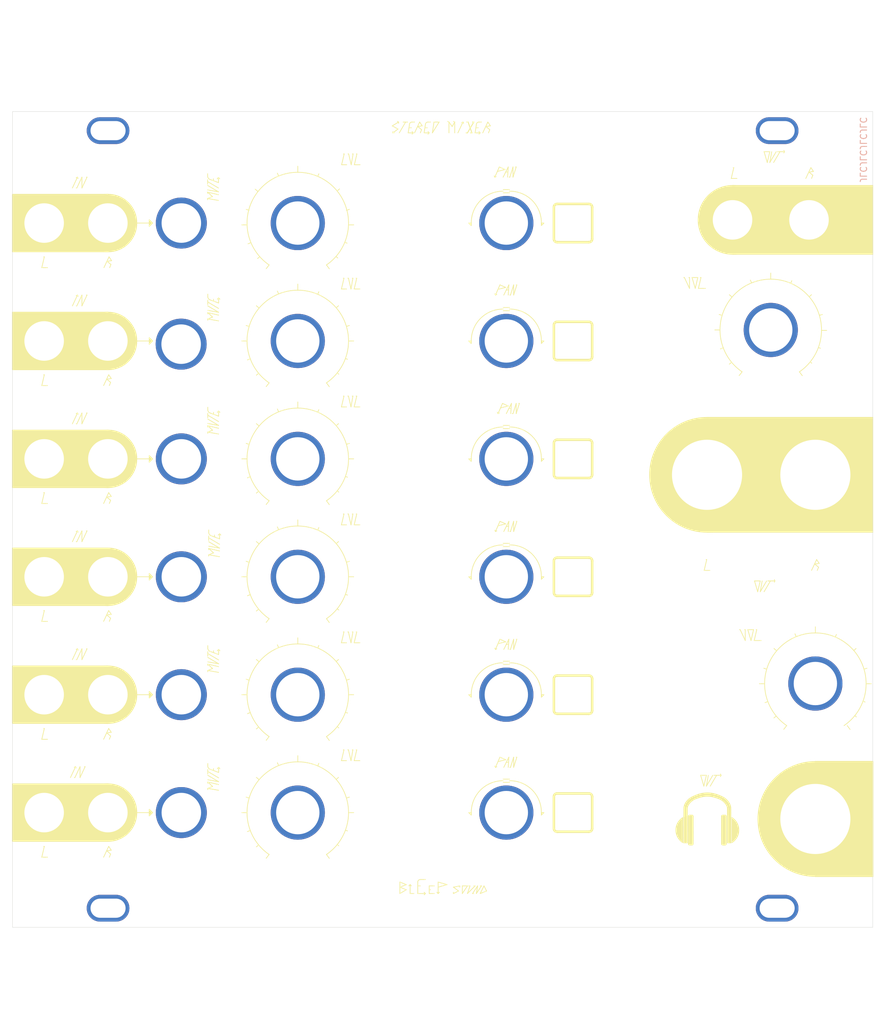
<source format=kicad_pcb>
(kicad_pcb (version 20211014) (generator pcbnew)
  (layers (0 "F.Cu" signal) (31 "B.Cu" signal) (34 "B.Paste" user) (35 "F.Paste" user) (36 "B.SilkS" user "B.Silkscreen") (37 "F.SilkS" user "F.Silkscreen") (38 "B.Mask" user) (39 "F.Mask" user) (44 "Edge.Cuts" user))
  (net 0 "")
  (footprint "Synth:Doepfer Mounting hole" (layer "F.Cu") (at 153.625 159.55)
    (fp_text reference "H4" hide)
    (fp_text value "MountingHole")
    (pad "1" thru_hole oval locked (at 0 0) (size 6.7 4.2) (drill oval 5.5 3) (layers *.Cu *.Mask))
  )
  (footprint "Synth:Doepfer Mounting hole" (layer "F.Cu") (at 48.625 159.55)
    (fp_text reference "H1" hide)
    (fp_text value "MountingHole")
    (pad "1" thru_hole oval locked (at 0 0) (size 6.7 4.2) (drill oval 5.5 3) (layers *.Cu *.Mask))
  )
  (footprint "Synth:Doepfer Mounting hole" (layer "F.Cu") (at 153.625 37.55)
    (fp_text reference "H2" hide)
    (fp_text value "MountingHole")
    (pad "1" thru_hole oval locked (at 0 0) (size 6.7 4.2) (drill oval 5.5 3) (layers *.Cu *.Mask))
  )
  (footprint "LOGO" (layer "F.Cu") (at 142.675 145.55)
    (fp_text reference "G***" hide)
    (fp_text value "LOGO" hide)
  )
  (footprint "Synth:Doepfer Mounting hole" (layer "F.Cu") (at 48.625 37.55)
    (fp_text reference "H3" hide)
    (fp_text value "MountingHole")
    (pad "1" thru_hole oval locked (at 0 0) (size 6.7 4.2) (drill oval 5.5 3) (layers *.Cu *.Mask))
  )
  (gr_line (start 96.025 155.85) (end 96.025 157.25) (layer "F.SilkS") (width 0.12))
  (gr_line (start 97.225 157.25) (end 98.425 157.25) (layer "F.SilkS") (width 0.12))
  (gr_line (start 94.425 157.25) (end 95.425 156.65) (layer "F.SilkS") (width 0.12))
  (gr_line (start 95.425 156.65) (end 94.425 156.25) (layer "F.SilkS") (width 0.12))
  (gr_line (start 96.025 157.25) (end 96.625 157.25) (layer "F.SilkS") (width 0.12))
  (gr_line (start 97.625 155.05) (end 98.425 155.05) (layer "F.SilkS") (width 0.12))
  (gr_line (start 99.025 157.25) (end 99.825 157.25) (layer "F.SilkS") (width 0.12))
  (gr_line (start 100.425 155.45) (end 101.825 155.85) (layer "F.SilkS") (width 0.12))
  (gr_line (start 97.225 155.45) (end 97.225 157.25) (layer "F.SilkS") (width 0.12))
  (gr_line (start 97.225 156.05) (end 97.625 156.05) (layer "F.SilkS") (width 0.12))
  (gr_line (start 99.025 156.05) (end 99.025 157.25) (layer "F.SilkS") (width 0.12))
  (gr_line (start 100.225 157.05) (end 100.425 157.25) (layer "F.SilkS") (width 0.12))
  (gr_line (start 99.025 156.05) (end 99.825 156.05) (layer "F.SilkS") (width 0.12))
  (gr_line (start 100.425 157.25) (end 100.425 157.05) (layer "F.SilkS") (width 0.12))
  (gr_line (start 100.425 155.45) (end 100.425 157.25) (layer "F.SilkS") (width 0.12))
  (gr_line (start 101.825 155.85) (end 100.425 156.25) (layer "F.SilkS") (width 0.12))
  (gr_line (start 99.025 156.65) (end 99.225 156.65) (layer "F.SilkS") (width 0.12))
  (gr_line (start 94.425 156.25) (end 95.425 155.85) (layer "F.SilkS") (width 0.12))
  (gr_line (start 100.425 157.25) (end 100.625 157.05) (layer "F.SilkS") (width 0.12))
  (gr_line (start 94.425 155.45) (end 94.425 157.25) (layer "F.SilkS") (width 0.12))
  (gr_line (start 95.425 155.85) (end 94.425 155.45) (layer "F.SilkS") (width 0.12))
  (gr_line (start 107.225 156.05) (end 107.025 156.05) (layer "F.SilkS") (width 0.12))
  (gr_line (start 102.825 157.25) (end 102.825 157.05) (layer "F.SilkS") (width 0.12))
  (gr_line (start 104.225 156.05) (end 104.225 157.25) (layer "F.SilkS") (width 0.12))
  (gr_line (start 105.425 156.05) (end 105.025 157.25) (layer "F.SilkS") (width 0.12))
  (gr_line (start 105.025 157.25) (end 106.225 156.05) (layer "F.SilkS") (width 0.12))
  (gr_line (start 107.625 156.05) (end 107.025 157.25) (layer "F.SilkS") (width 0.12))
  (gr_line (start 107.625 156.05) (end 108.025 156.85) (layer "F.SilkS") (width 0.12))
  (gr_line (start 103.825 156.05) (end 103.825 156.25) (layer "F.SilkS") (width 0.12))
  (gr_line (start 96.025 155.85) (end 95.825 156.05) (layer "F.SilkS") (width 0.12))
  (gr_line (start 96.025 155.85) (end 96.225 156.05) (layer "F.SilkS") (width 0.12))
  (gr_line (start 106.625 156.05) (end 106.425 157.25) (layer "F.SilkS") (width 0.12))
  (gr_arc (start 97.225 155.45) (mid 97.342157 155.167157) (end 97.625 155.05) (layer "F.SilkS") (width 0.12))
  (gr_line (start 103.625 156.85) (end 102.825 157.25) (layer "F.SilkS") (width 0.12))
  (gr_line (start 98.425 157.25) (end 98.225 157.05) (layer "F.SilkS") (width 0.12))
  (gr_line (start 98.425 157.25) (end 98.225 157.45) (layer "F.SilkS") (width 0.12))
  (gr_line (start 102.825 156.25) (end 103.625 156.85) (layer "F.SilkS") (width 0.12))
  (gr_line (start 105.025 156.05) (end 104.225 156.05) (layer "F.SilkS") (width 0.12))
  (gr_line (start 106.425 157.25) (end 107.225 156.05) (layer "F.SilkS") (width 0.12))
  (gr_line (start 106.625 156.05) (end 105.825 157.25) (layer "F.SilkS") (width 0.12))
  (gr_line (start 105.425 156.05) (end 105.225 156.05) (layer "F.SilkS") (width 0.12))
  (gr_line (start 105.825 157.25) (end 106.025 157.25) (layer "F.SilkS") (width 0.12))
  (gr_line (start 106.225 156.05) (end 106.025 156.05) (layer "F.SilkS") (width 0.12))
  (gr_line (start 104.225 157.25) (end 105.025 156.05) (layer "F.SilkS") (width 0.12))
  (gr_line (start 107.025 157.25) (end 108.025 156.85) (layer "F.SilkS") (width 0.12))
  (gr_line (start 103.825 156.05) (end 102.825 156.25) (layer "F.SilkS") (width 0.12))
  (gr_line (start 143.725 138.7) (end 144.425 138.7) (layer "F.SilkS") (width 0.12))
  (gr_line (start 142.125 140.4) (end 141.625 138.7) (layer "F.SilkS") (width 0.12))
  (gr_line (start 141.625 138.7) (end 142.525 138.7) (layer "F.SilkS") (width 0.12))
  (gr_line (start 142.825 138.7) (end 142.525 140.4) (layer "F.SilkS") (width 0.12))
  (gr_line (start 142.525 140.4) (end 143.525 138.7) (layer "F.SilkS") (width 0.12))
  (gr_line (start 142.525 138.7) (end 142.125 140.4) (layer "F.SilkS") (width 0.12))
  (gr_line (start 144.125 138.7) (end 143.125 140.4) (layer "F.SilkS") (width 0.12))
  (gr_line (start 43.825 44.85) (end 43.625 44.95) (layer "F.SilkS") (width 0.12))
  (gr_line (start 43.725 46.55) (end 44.525 44.85) (layer "F.SilkS") (width 0.12))
  (gr_line (start 43.725 46.55) (end 43.625 46.55) (layer "F.SilkS") (width 0.12))
  (gr_line (start 44.525 44.85) (end 44.525 46.55) (layer "F.SilkS") (width 0.12))
  (gr_line (start 43.825 44.85) (end 43.925 45.05) (layer "F.SilkS") (width 0.12))
  (gr_line (start 44.525 46.55) (end 45.325 44.85) (layer "F.SilkS") (width 0.12))
  (gr_line (start 43.025 46.55) (end 43.825 44.85) (layer "F.SilkS") (width 0.12))
  (gr_line (start 45.325 44.85) (end 45.225 44.85) (layer "F.SilkS") (width 0.12))
  (gr_line (start 110.125 117.35) (end 109.425 118.95) (layer "F.SilkS") (width 0.12))
  (gr_poly (pts (xy 48.625 149.05) (xy 33.625 149.05) (xy 33.625 140.05) (xy 48.625 140.05)) (layer "F.SilkS") (width 0.15) (fill solid))
  (gr_line (start 144.825 138.7) (end 144.725 138.9) (layer "F.SilkS") (width 0.12))
  (gr_poly (pts (xy 55.595 144.55) (xy 55.095 145.05) (xy 55.095 144.05)) (layer "F.SilkS") (width 0.15) (fill solid))
  (gr_line (start 38.625 149.85) (end 38.225 151.55) (layer "F.SilkS") (width 0.12))
  (gr_line (start 43.425 139.05) (end 44.225 137.35) (layer "F.SilkS") (width 0.12))
  (gr_arc (start 98.425 36.6) (mid 98.542157 36.317157) (end 98.825 36.2) (layer "F.SilkS") (width 0.12))
  (gr_line (start 65.975 66.05) (end 64.275 65.05) (layer "F.SilkS") (width 0.12))
  (gr_line (start 73.9 77.122083) (end 73.44 77.712083) (layer "F.SilkS") (width 0.12))
  (gr_line (start 95.925 37.1) (end 96.225 37.1) (layer "F.SilkS") (width 0.12))
  (gr_line (start 110.625 65.3) (end 111.625 65.3) (layer "F.SilkS") (width 0.12))
  (gr_line (start 112.175 81.95) (end 112.075 81.95) (layer "F.SilkS") (width 0.12))
  (gr_line (start 66.125 100.8) (end 65.925 101) (layer "F.SilkS") (width 0.12))
  (gr_poly (pts (xy 116.625 126.45) (xy 116.625 126.05) (xy 117.025 126.05)) (layer "F.SilkS") (width 0.12) (fill solid))
  (gr_line (start 64.275 67.1) (end 64.275 67.3) (layer "F.SilkS") (width 0.12))
  (gr_line (start 65.175 103.8) (end 64.425 104.1) (layer "F.SilkS") (width 0.12))
  (gr_line (start 65.975 81.55) (end 65.775 81.75) (layer "F.SilkS") (width 0.12))
  (gr_line (start 72.08 57.62) (end 72.43 57.33) (layer "F.SilkS") (width 0.12))
  (gr_line (start 44.525 81.85) (end 44.525 83.55) (layer "F.SilkS") (width 0.12))
  (gr_line (start 84.79 120.522083) (end 84.44 120.842083) (layer "F.SilkS") (width 0.12))
  (gr_line (start 86.35 60.7) (end 86.75 62.4) (layer "F.SilkS") (width 0.12))
  (gr_line locked (start 167.425 127.197083) (end 167.115 127.087083) (layer "F.SilkS") (width 0.12))
  (gr_line locked (start 150.425 115.85) (end 150.325 115.85) (layer "F.SilkS") (width 0.12))
  (gr_line (start 64.275 84.85) (end 64.275 85.05) (layer "F.SilkS") (width 0.12))
  (gr_line (start 69.616895 89.05) (end 70.388507 89.05) (layer "F.SilkS") (width 0.12))
  (gr_line (start 86.35 134.7) (end 86.25 134.7) (layer "F.SilkS") (width 0.12))
  (gr_line (start 144.725 71.792083) (end 145.165 71.632083) (layer "F.SilkS") (width 0.12))
  (gr_line (start 65.975 64.6) (end 65.975 63.9) (layer "F.SilkS") (width 0.12))
  (gr_line (start 87.65 134.7) (end 87.55 134.7) (layer "F.SilkS") (width 0.12))
  (gr_line (start 111.525 61.75) (end 111.425 63.35) (layer "F.SilkS") (width 0.12))
  (gr_line (start 49.125 150.45) (end 48.425 150.55) (layer "F.SilkS") (width 0.12))
  (gr_line (start 65.975 138.25) (end 65.975 137.55) (layer "F.SilkS") (width 0.12))
  (gr_line (start 86.75 99.4) (end 87.05 97.7) (layer "F.SilkS") (width 0.12))
  (gr_line (start 118.595 49.55) (end 118.595 54.55) (layer "F.SilkS") (width 0.4))
  (gr_line (start 119.095 123.050001) (end 124.095 123.050001) (layer "F.SilkS") (width 0.4))
  (gr_arc (start 111.625 121.05) (mid 115.179482 122.495518) (end 116.625 126.05) (layer "F.SilkS") (width 0.12))
  (gr_line (start 65.95 47.15) (end 64.25 46.15) (layer "F.SilkS") (width 0.12))
  (gr_line (start 86.402701 144.55) (end 87.174313 144.55) (layer "F.SilkS") (width 0.12))
  (gr_line (start 71.9 131.422083) (end 72.25 131.132083) (layer "F.SilkS") (width 0.12))
  (gr_line (start 86.75 117.9) (end 87.05 116.2) (layer "F.SilkS") (width 0.12))
  (gr_line (start 86.5 142.122083) (end 86.04 142.262083) (layer "F.SilkS") (width 0.12))
  (gr_line (start 112.675 80.35) (end 112.175 81.95) (layer "F.SilkS") (width 0.12))
  (gr_line (start 38.225 114.55) (end 39.125 114.55) (layer "F.SilkS") (width 0.12))
  (gr_line (start 64.625 81.85) (end 65.975 82.35) (layer "F.SilkS") (width 0.12))
  (gr_line (start 70.3 86.622083) (end 70.76 86.762083) (layer "F.SilkS") (width 0.12))
  (gr_line (start 49.075 58.55) (end 48.875 59.05) (layer "F.SilkS") (width 0.12))
  (gr_arc (start 124.095 49.05) (mid 124.448553 49.196447) (end 124.595 49.55) (layer "F.SilkS") (width 0.4))
  (gr_line (start 71.715 46.73) (end 72.125 47.08) (layer "F.SilkS") (width 0.12))
  (gr_line (start 106.425 36.6) (end 106.225 37.9) (layer "F.SilkS") (width 0.12))
  (gr_arc (start 64.625 119.25) (mid 64.375362 119.052247) (end 64.275 118.75) (layer "F.SilkS") (width 0.12))
  (gr_line (start 87.25 62.4) (end 88.15 62.4) (layer "F.SilkS") (width 0.12))
  (gr_line (start 159.055 74.032083) (end 158.815 73.832083) (layer "F.SilkS") (width 0.12))
  (gr_line (start 44.525 102.05) (end 45.325 100.35) (layer "F.SilkS") (width 0.12))
  (gr_line (start 65.975 118.95) (end 66.175 119.15) (layer "F.SilkS") (width 0.12))
  (gr_arc (start 124.595 91.55) (mid 124.448553 91.903553) (end 124.095 92.05) (layer "F.SilkS") (width 0.4))
  (gr_line (start 64.25 47.2) (end 65 47.9) (layer "F.SilkS") (width 0.12))
  (gr_arc (start 124.095 123.050001) (mid 124.448553 123.196448) (end 124.595 123.550001) (layer "F.SilkS") (width 0.4))
  (gr_line (start 110.125 98.85) (end 111.025 99.25) (layer "F.SilkS") (width 0.12))
  (gr_line (start 84.83 75.762083) (end 84.59 75.562083) (layer "F.SilkS") (width 0.12))
  (gr_arc (start 73.9 77.122083) (mid 78.4 62.584934) (end 82.9 77.122083) (layer "F.SilkS") (width 0.12))
  (gr_line (start 111.425 118.15) (end 111.125 118.15) (layer "F.SilkS") (width 0.12))
  (gr_line (start 87.28 42.9) (end 88.18 42.9) (layer "F.SilkS") (width 0.12))
  (gr_line (start 38.625 112.85) (end 38.525 112.85) (layer "F.SilkS") (width 0.12))
  (gr_line (start 159.825 104.85) (end 160.225 105.45) (layer "F.SilkS") (width 0.12))
  (gr_line (start 70.3 123.622083) (end 70.76 123.762083) (layer "F.SilkS") (width 0.12))
  (gr_line (start 154.775 40.85) (end 154.675 40.65) (layer "F.SilkS") (width 0.12))
  (gr_line (start 118.595 86.55) (end 118.595 91.55) (layer "F.SilkS") (width 0.4))
  (gr_line (start 159.825 104.85) (end 159.025 106.55) (layer "F.SilkS") (width 0.12))
  (gr_line (start 111.925 80.35) (end 111.825 81.95) (layer "F.SilkS") (width 0.12))
  (gr_arc (start 124.595 128.550001) (mid 124.448553 128.903554) (end 124.095 129.050001) (layer "F.SilkS") (width 0.4))
  (gr_line (start 64.275 66.1) (end 65.025 66.8) (layer "F.SilkS") (width 0.12))
  (gr_arc (start 118.595 105.05) (mid 118.741447 104.696447) (end 119.095 104.55) (layer "F.SilkS") (width 0.4))
  (gr_line (start 55.095 89.05) (end 52.595 89.05) (layer "F.SilkS") (width 0.12))
  (gr_line (start 111.675 44.85) (end 111.575 44.85) (layer "F.SilkS") (width 0.12))
  (gr_line locked (start 167.725 121.897083) (end 167.265 122.037083) (layer "F.SilkS") (width 0.12))
  (gr_line (start 87.05 60.7) (end 86.95 60.7) (layer "F.SilkS") (width 0.12))
  (gr_line (start 86.14 55.202083) (end 85.83 55.092083) (layer "F.SilkS") (width 0.12))
  (gr_line (start 141.175 60.6) (end 140.775 62.3) (layer "F.SilkS") (width 0.12))
  (gr_line (start 71.9 75.922083) (end 72.25 75.632083) (layer "F.SilkS") (width 0.12))
  (gr_line (start 93.325 37.9) (end 93.325 37.7) (layer "F.SilkS") (width 0.12))
  (gr_line (start 38.625 75.85) (end 38.525 75.85) (layer "F.SilkS") (width 0.12))
  (gr_line (start 48.725 75.85) (end 47.925 77.55) (layer "F.SilkS") (width 0.12))
  (gr_line (start 86.38 41.2) (end 86.28 41.2) (layer "F.SilkS") (width 0.12))
  (gr_line (start 64.275 139.75) (end 64.275 139.95) (layer "F.SilkS") (width 0.12))
  (gr_line (start 110.025 81.85) (end 109.825 81.95) (layer "F.SilkS") (width 0.12))
  (gr_line (start 84.79 139.022083) (end 84.44 139.342083) (layer "F.SilkS") (width 0.12))
  (gr_line (start 82.9 58.622083) (end 83.35 59.232083) (layer "F.SilkS") (width 0.12))
  (gr_line (start 124.595 49.55) (end 124.595 54.55) (layer "F.SilkS") (width 0.4))
  (gr_line (start 49.025 95.55) (end 48.825 96.05) (layer "F.SilkS") (width 0.12))
  (gr_line (start 38.625 94.35) (end 38.225 96.05) (layer "F.SilkS") (width 0.12))
  (gr_line (start 110.525 80.35) (end 111.425 80.75) (layer "F.SilkS") (width 0.12))
  (gr_line (start 112.775 98.85) (end 112.675 98.85) (layer "F.SilkS") (width 0.12))
  (gr_line (start 87.05 116.2) (end 86.95 116.2) (layer "F.SilkS") (width 0.12))
  (gr_line (start 112.775 98.85) (end 112.275 100.45) (layer "F.SilkS") (width 0.12))
  (gr_line (start 119.095 67.55) (end 124.095 67.55) (layer "F.SilkS") (width 0.4))
  (gr_line (start 43.725 120.55) (end 43.625 120.55) (layer "F.SilkS") (width 0.12))
  (gr_line (start 64.275 140.75) (end 65.975 141.05) (layer "F.SilkS") (width 0.12))
  (gr_line (start 106.225 37.9) (end 106.925 37.9) (layer "F.SilkS") (width 0.12))
  (gr_line (start 97.925 36.8) (end 97.225 36.9) (layer "F.SilkS") (width 0.12))
  (gr_line (start 150.975 108.2) (end 150.575 109.9) (layer "F.SilkS") (width 0.12))
  (gr_line (start 64.275 121.25) (end 65.975 121.65) (layer "F.SilkS") (width 0.12))
  (gr_line (start 118.595 105.05) (end 118.595 110.05) (layer "F.SilkS") (width 0.4))
  (gr_line (start 66.125 103.05) (end 64.425 102.05) (layer "F.SilkS") (width 0.12))
  (gr_line (start 38.625 94.35) (end 38.525 94.35) (layer "F.SilkS") (width 0.12))
  (gr_line (start 65.025 121.95) (end 64.275 122.25) (layer "F.SilkS") (width 0.12))
  (gr_line (start 124.595 123.550001) (end 124.595 128.550001) (layer "F.SilkS") (width 0.4))
  (gr_line (start 64.275 138.5) (end 64.275 137.8) (layer "F.SilkS") (width 0.12))
  (gr_line (start 112.275 98.85) (end 111.775 100.45) (layer "F.SilkS") (width 0.12))
  (gr_line (start 111.775 63.35) (end 111.675 63.35) (layer "F.SilkS") (width 0.12))
  (gr_line (start 64.275 121.25) (end 64.275 121.45) (layer "F.SilkS") (width 0.12))
  (gr_line (start 87.65 134.7) (end 87.25 136.4) (layer "F.SilkS") (width 0.12))
  (gr_line (start 86.2 147.422083) (end 85.89 147.312083) (layer "F.SilkS") (width 0.12))
  (gr_line (start 44.525 120.55) (end 45.325 118.85) (layer "F.SilkS") (width 0.12))
  (gr_arc (start 118.595 123.550001) (mid 118.741447 123.196448) (end 119.095 123.050001) (layer "F.SilkS") (width 0.4))
  (gr_line (start 124.595 86.55) (end 124.595 91.55) (layer "F.SilkS") (width 0.4))
  (gr_line (start 85.25 80.9) (end 86.05 80.9) (layer "F.SilkS") (width 0.12))
  (gr_line (start 84.83 149.762083) (end 84.59 149.562083) (layer "F.SilkS") (width 0.12))
  (gr_line (start 45.325 81.85) (end 45.225 81.85) (layer "F.SilkS") (width 0.12))
  (gr_line (start 112.675 43.25) (end 112.175 44.85) (layer "F.SilkS") (width 0.12))
  (gr_line (start 99.525 37.9) (end 99.775 36.2) (layer "F.SilkS") (width 0.12))
  (gr_line (start 84.83 112.762083) (end 84.59 112.562083) (layer "F.SilkS") (width 0.12))
  (gr_line (start 98.225 37.9) (end 98.925 37.9) (layer "F.SilkS") (width 0.12))
  (gr_line (start 105.025 37.9) (end 106.025 36.2) (layer "F.SilkS") (width 0.15))
  (gr_line (start 97.525 36.2) (end 96.725 37.9) (layer "F.SilkS") (width 0.12))
  (gr_line (start 82.9 95.622083) (end 83.35 96.232083) (layer "F.SilkS") (width 0.12))
  (gr_line (start 64.25 47.2) (end 65.95 47.6) (layer "F.SilkS") (width 0.12))
  (gr_line (start 86.75 62.4) (end 87.05 60.7) (layer "F.SilkS") (width 0.12))
  (gr_line (start 96.325 36.2) (end 96.725 36.2) (layer "F.SilkS") (width 0.12))
  (gr_line (start 105.125 36.2) (end 105.725 37.9) (layer "F.SilkS") (width 0.15))
  (gr_line (start 158.925 43.35) (end 159.325 43.95) (layer "F.SilkS") (width 0.12))
  (gr_line (start 42.725 139.05) (end 43.525 137.35) (layer "F.SilkS") (width 0.12))
  (gr_arc locked (start 155.125 130.897083) (mid 159.625 116.359934) (end 164.125 130.897083) (layer "F.SilkS") (width 0.12))
  (gr_line (start 65.975 118.95) (end 65.775 119.15) (layer "F.SilkS") (width 0.12))
  (gr_line (start 112.275 117.35) (end 112.275 118.95) (layer "F.SilkS") (width 0.12))
  (gr_line (start 64.425 103.1) (end 65.175 103.8) (layer "F.SilkS") (width 0.12))
  (gr_poly (pts (xy 116.625 70.95) (xy 116.625 70.55) (xy 117.025 70.55)) (layer "F.SilkS") (width 0.12) (fill solid))
  (gr_line (start 152.475 40.85) (end 152.075 42.55) (layer "F.SilkS") (width 0.12))
  (gr_line (start 43.025 102.05) (end 43.825 100.35) (layer "F.SilkS") (width 0.12))
  (gr_line (start 64.25 47.2) (end 64.25 47.4) (layer "F.SilkS") (width 0.12))
  (gr_line (start 93.325 37.9) (end 93.525 37.9) (layer "F.SilkS") (width 0.12))
  (gr_arc (start 73.9 151.122083) (mid 78.4 136.584934) (end 82.9 151.122083) (layer "F.SilkS") (width 0.12))
  (gr_line (start 64.425 101.85) (end 64.425 101.15) (layer "F.SilkS") (width 0.12))
  (gr_line (start 86.402701 126.05) (end 87.174313 126.05) (layer "F.SilkS") (width 0.12))
  (gr_line (start 64.275 122.25) (end 65.975 122.55) (layer "F.SilkS") (width 0.12))
  (gr_line (start 65.325 101.3) (end 65.325 101) (layer "F.SilkS") (width 0.12))
  (gr_line (start 38.625 131.35) (end 38.225 133.05) (layer "F.SilkS") (width 0.12))
  (gr_line (start 142.575 104.85) (end 142.175 106.55) (layer "F.SilkS") (width 0.12))
  (gr_line (start 110.125 135.85) (end 111.025 136.25) (layer "F.SilkS") (width 0.12))
  (gr_arc (start 119.095 55.05) (mid 118.741447 54.903553) (end 118.595 54.55) (layer "F.SilkS") (width 0.4))
  (gr_line (start 110.625 120.8) (end 111.625 120.8) (layer "F.SilkS") (width 0.12))
  (gr_line (start 150.575 109.9) (end 150.075 108.2) (layer "F.SilkS") (width 0.12))
  (gr_poly (pts (xy 48.625 112.05) (xy 33.625 112.05) (xy 33.625 103.05) (xy 48.625 103.05)) (layer "F.SilkS") (width 0.15) (fill solid))
  (gr_line (start 66.125 100.8) (end 66.325 101) (layer "F.SilkS") (width 0.12))
  (gr_line (start 75.2 81.222083) (end 75.39 81.672083) (layer "F.SilkS") (width 0.12))
  (gr_line (start 78.4 81.083694) (end 78.4 80.122083) (layer "F.SilkS") (width 0.12))
  (gr_line (start 43.825 100.35) (end 43.625 100.45) (layer "F.SilkS") (width 0.12))
  (gr_circle (center 48.625 107.55) (end 53.125 107.55) (layer "F.SilkS") (width 0.15) (fill solid))
  (gr_line (start 69.616895 107.55) (end 70.388507 107.55) (layer "F.SilkS") (width 0.12))
  (gr_line (start 49.025 77.05) (end 48.825 77.55) (layer "F.SilkS") (width 0.12))
  (gr_line (start 146.825 43.35) (end 146.425 45.05) (layer "F.SilkS") (width 0.12))
  (gr_line (start 87.25 99.4) (end 88.15 99.4) (layer "F.SilkS") (width 0.12))
  (gr_arc (start 73.9 132.622083) (mid 78.4 118.084934) (end 82.9 132.622083) (layer "F.SilkS") (width 0.12))
  (gr_line (start 82.9 114.122083) (end 83.35 114.732083) (layer "F.SilkS") (width 0.12))
  (gr_line (start 70.3 105.122083) (end 70.76 105.262083) (layer "F.SilkS") (width 0.12))
  (gr_arc (start 111.625 102.55) (mid 115.179482 103.995518) (end 116.625 107.55) (layer "F.SilkS") (width 0.12))
  (gr_arc (start 119.095 147.55) (mid 118.741447 147.403553) (end 118.595 147.05) (layer "F.SilkS") (width 0.4))
  (gr_line (start 111.525 117.35) (end 110.725 118.95) (layer "F.SilkS") (width 0.12))
  (gr_line (start 111.775 137.45) (end 111.675 137.45) (layer "F.SilkS") (width 0.12))
  (gr_line (start 70.5 129.022083) (end 70.94 128.862083) (layer "F.SilkS") (width 0.12))
  (gr_arc (start 105.625 126.05) (mid 107.08014 122.50514) (end 110.625 121.05) (layer "F.SilkS") (width 0.12))
  (gr_line (start 97.225 36.9) (end 97.825 37.4) (layer "F.SilkS") (width 0.12))
  (gr_line (start 44.525 65.05) (end 45.325 63.35) (layer "F.SilkS") (width 0.12))
  (gr_line (start 43.025 83.55) (end 43.825 81.85) (layer "F.SilkS") (width 0.12))
  (gr_line (start 86.5 123.622083) (end 86.04 123.762083) (layer "F.SilkS") (width 0.12))
  (gr_arc (start 111.625 65.55) (mid 115.179482 66.995518) (end 116.625 70.55) (layer "F.SilkS") (width 0.12))
  (gr_arc (start 105.625 52.05) (mid 107.08014 48.50514) (end 110.625 47.05) (layer "F.SilkS") (width 0.12))
  (gr_line (start 64.275 118.75) (end 64.275 118.35) (layer "F.SilkS") (width 0.12))
  (gr_line (start 65.975 81.55) (end 66.175 81.75) (layer "F.SilkS") (width 0.12))
  (gr_line (start 149.425 60.992083) (end 149.615 61.442083) (layer "F.SilkS") (width 0.12))
  (gr_line (start 84.79 65.022083) (end 84.44 65.342083) (layer "F.SilkS") (width 0.12))
  (gr_line (start 110.525 80.35) (end 109.825 81.95) (layer "F.SilkS") (width 0.12))
  (gr_line (start 152.475 42.55) (end 153.475 40.85) (layer "F.SilkS") (width 0.12))
  (gr_line (start 111.325 44.05) (end 111.025 44.05) (layer "F.SilkS") (width 0.12))
  (gr_line (start 70.3 49.902083) (end 70.76 50.042083) (layer "F.SilkS") (width 0.12))
  (gr_line (start 69.616895 70.55) (end 70.388507 70.55) (layer "F.SilkS") (width 0.12))
  (gr_line (start 107.925 36.9) (end 108.525 37.4) (layer "F.SilkS") (width 0.12))
  (gr_line (start 111.025 136.25) (end 109.825 136.55) (layer "F.SilkS") (width 0.12))
  (gr_line (start 108.625 36.8) (end 107.925 36.9) (layer "F.SilkS") (width 0.12))
  (gr_line locked (start 147.825 115.85) (end 148.625 117.55) (layer "F.SilkS") (width 0.12))
  (gr_line (start 95.925 36.6) (end 95.725 37.9) (layer "F.SilkS") (width 0.12))
  (gr_line (start 158.925 43.35) (end 158.125 45.05) (layer "F.SilkS") (width 0.12))
  (gr_line (start 65 47.9) (end 64.25 48.2) (layer "F.SilkS") (width 0.12))
  (gr_line (start 45.325 100.35) (end 45.225 100.35) (layer "F.SilkS") (width 0.12))
  (gr_line (start 111.775 118.95) (end 111.675 118.95) (layer "F.SilkS") (width 0.12))
  (gr_arc (start 73.9 114.122083) (mid 78.4 99.584934) (end 82.9 114.122083) (layer "F.SilkS") (width 0.12))
  (gr_line (start 65.975 63.8) (end 65.775 64) (layer "F.SilkS") (width 0.12))
  (gr_line (start 110.625 139.8) (end 111.625 139.8) (layer "F.SilkS") (width 0.12))
  (gr_line (start 94.225 36.2) (end 93.225 36.8) (layer "F.SilkS") (width 0.12))
  (gr_line (start 73.9 114.122083) (end 73.44 114.712083) (layer "F.SilkS") (width 0.12))
  (gr_line (start 159.225 44.55) (end 159.025 45.05) (layer "F.SilkS") (width 0.12))
  (gr_poly (pts (xy 168.625 56.935165) (xy 146.625 56.935165) (xy 146.625 46.164835) (xy 168.625 46.164835)) (layer "F.SilkS") (width 0.15) (fill solid))
  (gr_line (start 64.625 64.1) (end 65.975 64.6) (layer "F.SilkS") (width 0.12))
  (gr_line (start 105.725 37.9) (end 105.525 37.9) (layer "F.SilkS") (width 0.15))
  (gr_line (start 160.627701 68.892083) (end 161.399313 68.892083) (layer "F.SilkS") (width 0.12))
  (gr_line (start 142.575 104.85) (end 142.475 104.85) (layer "F.SilkS") (width 0.12))
  (gr_line (start 110.625 84.3) (end 111.625 84.3) (layer "F.SilkS") (width 0.12))
  (gr_line (start 65.975 139.7) (end 64.275 138.7) (layer "F.SilkS") (width 0.12))
  (gr_line (start 65.15 45.4) (end 65.15 45.1) (layer "F.SilkS") (width 0.12))
  (gr_line locked (start 155.125 130.897083) (end 154.665 131.487083) (layer "F.SilkS") (width 0.12))
  (gr_line (start 84.83 131.262083) (end 84.59 131.062083) (layer "F.SilkS") (width 0.12))
  (gr_line (start 87.05 79.2) (end 86.95 79.2) (layer "F.SilkS") (width 0.12))
  (gr_line (start 148.125 75.392083) (end 147.665 75.982083) (layer "F.SilkS") (width 0.12))
  (gr_line (start 65.95 44.9) (end 65.75 45.1) (layer "F.SilkS") (width 0.12))
  (gr_line (start 44.525 100.35) (end 44.525 102.05) (layer "F.SilkS") (width 0.12))
  (gr_line (start 65.95 44.9) (end 66.15 45.1) (layer "F.SilkS") (width 0.12))
  (gr_line (start 64.25 44.7) (end 64.25 44.3) (layer "F.SilkS") (width 0.12))
  (gr_line (start 81.7 44.322083) (end 81.54 44.702083) (layer "F.SilkS") (width 0.12))
  (gr_line (start 73.9 132.622083) (end 73.44 133.212083) (layer "F.SilkS") (width 0.12))
  (gr_line (start 103.025 36.2) (end 102.625 36.9) (layer "F.SilkS") (width 0.12))
  (gr_line (start 64.275 81.35) (end 64.275 80.95) (layer "F.SilkS") (width 0.12))
  (gr_line (start 48.725 112.85) (end 47.925 114.55) (layer "F.SilkS") (width 0.12))
  (gr_line (start 78.4 62.583694) (end 78.4 61.622083) (layer "F.SilkS") (width 0.12))
  (gr_line (start 111.425 43.25) (end 111.325 44.85) (layer "F.SilkS") (width 0.12))
  (gr_line (start 146.425 45.05) (end 147.325 45.05) (layer "F.SilkS") (width 0.12))
  (gr_line (start 87.05 134.7) (end 86.95 134.7) (layer "F.SilkS") (width 0.12))
  (gr_line (start 49.025 132.55) (end 48.825 133.05) (layer "F.SilkS") (width 0.12))
  (gr_poly (pts (xy 48.625 130.55) (xy 33.625 130.55) (xy 33.625 121.55) (xy 48.625 121.55)) (layer "F.SilkS") (width 0.15) (fill solid))
  (gr_line (start 71.9 102.022083) (end 72.31 102.372083) (layer "F.SilkS") (width 0.12))
  (gr_arc (start 119.095 110.55) (mid 118.741447 110.403553) (end 118.595 110.05) (layer "F.SilkS") (width 0.4))
  (gr_poly (pts (xy 105.225 89.05) (xy 105.625 89.05) (xy 105.625 89.45)) (layer "F.SilkS") (width 0.12) (fill solid))
  (gr_line (start 85.25 62.4) (end 86.05 62.4) (layer "F.SilkS") (width 0.12))
  (gr_line (start 48.475 58.05) (end 49.075 58.55) (layer "F.SilkS") (width 0.12))
  (gr_line (start 81.7 118.322083) (end 81.54 118.702083) (layer "F.SilkS") (width 0.12))
  (gr_line (start 48.425 113.55) (end 49.025 114.05) (layer "F.SilkS") (width 0.12))
  (gr_line (start 38.625 57.35) (end 38.525 57.35) (layer "F.SilkS") (width 0.12))
  (gr_line (start 43.825 81.85) (end 43.925 82.05) (layer "F.SilkS") (width 0.12))
  (gr_line (start 69.616895 126.05) (end 70.388507 126.05) (layer "F.SilkS") (width 0.12))
  (gr_line (start 85.65 134.7) (end 85.55 134.7) (layer "F.SilkS") (width 0.12))
  (gr_line (start 64.425 102.75) (end 66.125 103.05) (layer "F.SilkS") (width 0.12))
  (gr_line (start 86.35 79.2) (end 86.25 79.2) (layer "F.SilkS") (width 0.12))
  (gr_line (start 78.4 136.583694) (end 78.4 135.622083) (layer "F.SilkS") (width 0.12))
  (gr_line (start 71.9 139.022083) (end 72.31 139.372083) (layer "F.SilkS") (width 0.12))
  (gr_line (start 124.095 147.55) (end 119.095 147.55) (layer "F.SilkS") (width 0.4))
  (gr_line (start 43.525 137.35) (end 43.625 137.55) (layer "F.SilkS") (width 0.12))
  (gr_line (start 73.9 95.622083) (end 73.44 96.212083) (layer "F.SilkS") (width 0.12))
  (gr_line (start 112.275 135.85) (end 111.775 137.45) (layer "F.SilkS") (width 0.12))
  (gr_line (start 98.825 36.2) (end 99.225 36.2) (layer "F.SilkS") (width 0.12))
  (gr_line (start 86.35 79.2) (end 86.75 80.9) (layer "F.SilkS") (width 0.12))
  (gr_line (start 87.05 97.7) (end 86.95 97.7) (layer "F.SilkS") (width 0.12))
  (gr_line (start 112.275 135.85) (end 112.275 137.45) (layer "F.SilkS") (width 0.12))
  (gr_line (start 110.625 102.8) (end 111.625 102.8) (layer "F.SilkS") (width 0.12))
  (gr_line locked (start 156.425 116.497083) (end 156.615 116.947083) (layer "F.SilkS") (width 0.12))
  (gr_line (start 124.595 142.05) (end 124.595 147.05) (layer "F.SilkS") (width 0.4))
  (gr_arc (start 119.095 129.050001) (mid 118.741447 128.903554) (end 118.595 128.550001) (layer "F.SilkS") (width 0.4))
  (gr_circle (center 48.625 144.55) (end 53.125 144.55) (layer "F.SilkS") (width 0.15) (fill solid))
  (gr_line (start 112.775 61.75) (end 112.675 61.75) (layer "F.SilkS") (width 0.12))
  (gr_line (start 64.275 64.85) (end 64.275 64.15) (layer "F.SilkS") (width 0.12))
  (gr_line (start 112.275 61.75) (end 112.275 63.35) (layer "F.SilkS") (width 0.12))
  (gr_line locked (start 150.425 115.85) (end 150.025 117.55) (layer "F.SilkS") (width 0.12))
  (gr_poly (pts (xy 55.595 52.05) (xy 55.095 52.55) (xy 55.095 51.55)) (layer "F.SilkS") (width 0.15) (fill solid))
  (gr_poly (pts (xy 48.625 75.05) (xy 33.625 75.05) (xy 33.625 66.05) (xy 48.625 66.05)) (layer "F.SilkS") (width 0.15) (fill solid))
  (gr_line (start 109.525 44.75) (end 109.325 44.85) (layer "F.SilkS") (width 0.12))
  (gr_line (start 85.65 97.7) (end 85.55 97.7) (layer "F.SilkS") (width 0.12))
  (gr_arc (start 124.095 141.55) (mid 124.448553 141.696447) (end 124.595 142.05) (layer "F.SilkS") (width 0.4))
  (gr_line (start 144.825 138.7) (end 144.725 138.5) (layer "F.SilkS") (width 0.12))
  (gr_line (start 111.525 117.35) (end 111.425 118.95) (layer "F.SilkS") (width 0.12))
  (gr_line (start 160.125 106.05) (end 159.925 106.55) (layer "F.SilkS") (width 0.12))
  (gr_line (start 110.125 135.85) (end 109.425 137.45) (layer "F.SilkS") (width 0.12))
  (gr_line (start 111.425 62.55) (end 111.125 62.55) (layer "F.SilkS") (width 0.12))
  (gr_line locked (start 149.525 117.55) (end 149.025 115.85) (layer "F.SilkS") (width 0.12))
  (gr_line (start 48.725 112.85) (end 49.125 113.45) (layer "F.SilkS") (width 0.12))
  (gr_line (start 111.525 98.85) (end 111.425 100.45) (layer "F.SilkS") (width 0.12))
  (gr_line (start 108.225 36.2) (end 107.425 37.9) (layer "F.SilkS") (width 0.12))
  (gr_line (start 109.625 118.85) (end 109.425 118.95) (layer "F.SilkS") (width 0.12))
  (gr_line (start 48.725 75.85) (end 49.125 76.45) (layer "F.SilkS") (width 0.12))
  (gr_line (start 146.825 43.35) (end 146.725 43.35) (layer "F.SilkS") (width 0.12))
  (gr_line (start 164.625 130.897083) (end 165.075 131.507083) (layer "F.SilkS") (width 0.12))
  (gr_line (start 110.625 65.8) (end 111.625 65.8) (layer "F.SilkS") (width 0.12))
  (gr_line (start 86.5 105.122083) (end 86.04 105.262083) (layer "F.SilkS") (width 0.12))
  (gr_line (start 55.095 52.05) (end 52.595 52.05) (layer "F.SilkS") (width 0.12))
  (gr_line (start 65.025 140.45) (end 64.275 140.75) (layer "F.SilkS") (width 0.12))
  (gr_line (start 64.275 83.85) (end 65.975 84.25) (layer "F.SilkS") (width 0.12))
  (gr_line (start 43.525 137.35) (end 43.325 137.45) (layer "F.SilkS") (width 0.12))
  (gr_line (start 38.225 77.55) (end 39.125 77.55) (layer "F.SilkS") (width 0.12))
  (gr_arc (start 64.625 64.1) (mid 64.375362 63.902247) (end 64.275 63.6) (layer "F.SilkS") (width 0.12))
  (gr_line (start 105.125 36.2) (end 104.925 36.2) (layer "F.SilkS") (width 0.15))
  (gr_line (start 160.225 105.45) (end 159.525 105.55) (layer "F.SilkS") (width 0.12))
  (gr_line (start 44.525 83.55) (end 45.325 81.85) (layer "F.SilkS") (width 0.12))
  (gr_line (start 65.025 66.8) (end 64.275 67.1) (layer "F.SilkS") (width 0.12))
  (gr_line (start 108.525 37.4) (end 108.325 37.9) (layer "F.SilkS") (width 0.12))
  (gr_line (start 87.65 79.2) (end 87.25 80.9) (layer "F.SilkS") (width 0.12))
  (gr_line (start 110.625 83.8) (end 111.625 83.8) (layer "F.SilkS") (width 0.12))
  (gr_line (start 112.775 117.35) (end 112.675 117.35) (layer "F.SilkS") (width 0.12))
  (gr_line (start 97.825 37.4) (end 97.625 37.9) (layer "F.SilkS") (width 0.12))
  (gr_line (start 86.38 41.2) (end 86.78 42.9) (layer "F.SilkS") (width 0.12))
  (gr_line (start 87.65 79.2) (end 87.55 79.2) (layer "F.SilkS") (width 0.12))
  (gr_line (start 94.225 36.2) (end 94.025 36.1) (layer "F.SilkS") (width 0.12))
  (gr_line (start 110.625 121.3) (end 111.625 121.3) (layer "F.SilkS") (width 0.12))
  (gr_line (start 43.725 65.05) (end 44.525 63.35) (layer "F.SilkS") (width 0.12))
  (gr_poly (pts (xy 48.625 93.55) (xy 33.625 93.55) (xy 33.625 84.55) (xy 48.625 84.55)) (layer "F.SilkS") (width 0.15) (fill solid))
  (gr_line (start 69.616895 52.33) (end 70.388507 52.33) (layer "F.SilkS") (width 0.12))
  (gr_line (start 86.5 49.902083) (end 86.04 50.042083) (layer "F.SilkS") (width 0.12))
  (gr_circle (center 159.625 145.55) (end 168.625 145.55) (layer "F.SilkS") (width 0.15) (fill solid))
  (gr_line (start 49.125 76.45) (end 48.425 76.55) (layer "F.SilkS") (width 0.12))
  (gr_line locked (start 150.841895 124.325) (end 151.613507 124.325) (layer "F.SilkS") (width 0.12))
  (gr_line (start 107.025 37.9) (end 106.825 37.7) (layer "F.SilkS") (width 0.12))
  (gr_line (start 109.825 81.95) (end 109.725 81.75) (layer "F.SilkS") (width 0.12))
  (gr_line (start 111.025 62.15) (end 109.825 62.45) (layer "F.SilkS") (width 0.12))
  (gr_line (start 48.425 76.55) (end 49.025 77.05) (layer "F.SilkS") (width 0.12))
  (gr_line (start 160.725 66.392083) (end 160.265 66.532083) (layer "F.SilkS") (width 0.12))
  (gr_line (start 146.125 63.292083) (end 146.535 63.642083) (layer "F.SilkS") (width 0.12))
  (gr_poly (pts (xy 48.625 56.55) (xy 33.625 56.55) (xy 33.625 47.55) (xy 48.625 47.55)) (layer "F.SilkS") (width 0.15) (fill solid))
  (gr_line (start 64.425 103.1) (end 66.125 103.5) (layer "F.SilkS") (width 0.12))
  (gr_line (start 82.9 77.122083) (end 83.35 77.732083) (layer "F.SilkS") (width 0.12))
  (gr_line (start 65.975 83.8) (end 64.275 82.8) (layer "F.SilkS") (width 0.12))
  (gr_arc (start 73.9 58.622083) (mid 78.4 44.084934) (end 82.9 58.622083) (layer "F.SilkS") (width 0.12))
  (gr_arc (start 118.595 86.55) (mid 118.741447 86.196447) (end 119.095 86.05) (layer "F.SilkS") (width 0.4))
  (gr_line (start 55.095 107.55) (end 52.595 107.55) (layer "F.SilkS") (width 0.12))
  (gr_line (start 64.6 45.2) (end 65.95 45.7) (layer "F.SilkS") (width 0.12))
  (gr_line (start 87.65 60.7) (end 87.25 62.4) (layer "F.SilkS") (width 0.12))
  (gr_line locked (start 147.825 115.85) (end 147.725 115.85) (layer "F.SilkS") (width 0.12))
  (gr_line (start 64.275 66.1) (end 64.275 66.3) (layer "F.SilkS") (width 0.12))
  (gr_line (start 87.68 41.2) (end 87.28 42.9) (layer "F.SilkS") (width 0.12))
  (gr_line (start 86.78 42.9) (end 87.08 41.2) (layer "F.SilkS") (width 0.12))
  (gr_line (start 43.825 63.35) (end 43.925 63.55) (layer "F.SilkS") (width 0.12))
  (gr_circle (center 146.625 51.55) (end 152.010165 51.55) (layer "F.SilkS") (width 0.15) (fill solid))
  (gr_line (start 110.025 43.25) (end 109.325 44.85) (layer "F.SilkS") (width 0.12))
  (gr_poly (pts (xy 105.225 52.05) (xy 105.625 52.05) (xy 105.625 52.45)) (layer "F.SilkS") (width 0.12) (fill solid))
  (gr_line (start 73.9 58.622083) (end 73.44 59.212083) (layer "F.SilkS") (width 0.12))
  (gr_line (start 86.402701 107.55) (end 87.174313 107.55) (layer "F.SilkS") (width 0.12))
  (gr_circle (center 48.625 70.55) (end 53.125 70.55) (layer "F.SilkS") (width 0.15) (fill solid))
  (gr_line (start 153.275 108.2) (end 153.175 108.4) (layer "F.SilkS") (width 0.12))
  (gr_line (start 109.625 63.25) (end 109.425 63.35) (layer "F.SilkS") (width 0.12))
  (gr_line (start 64.25 46.85) (end 65.95 47.15) (layer "F.SilkS") (width 0.12))
  (gr_line (start 85.25 136.4) (end 86.05 136.4) (layer "F.SilkS") (width 0.12))
  (gr_line (start 64.275 67.1) (end 65.975 67.4) (layer "F.SilkS") (width 0.12))
  (gr_line (start 64.275 64.45) (end 65.975 65.45) (layer "F.SilkS") (width 0.12))
  (gr_line (start 111.025 117.75) (end 109.825 118.05) (layer "F.SilkS") (width 0.12))
  (gr_line locked (start 159.625 116.358694) (end 159.625 115.397083) (layer "F.SilkS") (width 0.12))
  (gr_line (start 48.775 57.35) (end 47.975 59.05) (layer "F.SilkS") (width 0.12))
  (gr_line (start 152.875 108.2) (end 153.275 108.2) (layer "F.SilkS") (width 0.12))
  (gr_line (start 112.675 80.35) (end 112.675 81.95) (layer "F.SilkS") (width 0.12))
  (gr_line (start 64.425 101.45) (end 66.125 102.45) (layer "F.SilkS") (width 0.12))
  (gr_line (start 64.25 48.2) (end 65.95 48.5) (layer "F.SilkS") (width 0.12))
  (gr_line (start 64.625 119.25) (end 65.975 119.75) (layer "F.SilkS") (width 0.12))
  (gr_line (start 44.525 118.85) (end 44.525 120.55) (layer "F.SilkS") (width 0.12))
  (gr_line (start 64.275 83.85) (end 64.275 84.05) (layer "F.SilkS") (width 0.12))
  (gr_line (start 159.525 105.55) (end 160.125 106.05) (layer "F.SilkS") (width 0.12))
  (gr_line (start 85.65 116.2) (end 85.55 116.2) (layer "F.SilkS") (width 0.12))
  (gr_arc (start 119.095 92.05) (mid 118.741447 91.903553) (end 118.595 91.55) (layer "F.SilkS") (width 0.4))
  (gr_arc (start 64.6 45.2) (mid 64.350362 45.002247) (end 64.25 44.7) (layer "F.SilkS") (width 0.12))
  (gr_line (start 84.79 83.522083) (end 84.44 83.842083) (layer "F.SilkS") (width 0.12))
  (gr_line (start 85.65 97.7) (end 85.25 99.4) (layer "F.SilkS") (width 0.12))
  (gr_line (start 86.35 60.7) (end 86.25 60.7) (layer "F.SilkS") (width 0.12))
  (gr_line (start 98.425 36.6) (end 98.225 37.9) (layer "F.SilkS") (width 0.12))
  (gr_line (start 43.025 65.05) (end 43.825 63.35) (layer "F.SilkS") (width 0.12))
  (gr_line (start 111.425 99.65) (end 111.125 99.65) (layer "F.SilkS") (width 0.12))
  (gr_line (start 38.625 112.85) (end 38.225 114.55) (layer "F.SilkS") (width 0.12))
  (gr_line (start 49.125 113.45) (end 48.425 113.55) (layer "F.SilkS") (width 0.12))
  (gr_line (start 98.425 37.1) (end 98.725 37.1) (layer "F.SilkS") (width 0.12))
  (gr_line (start 82.9 151.122083) (end 83.35 151.732083) (layer "F.SilkS") (width 0.12))
  (gr_line (start 64.425 104.1) (end 66.125 104.4) (layer "F.SilkS") (width 0.12))
  (gr_arc (start 95.925 36.6) (mid 96.042157 36.317157) (end 96.325 36.2) (layer "F.SilkS") (width 0.12))
  (gr_circle (center 48.625 52.05) (end 53.125 52.05) (layer "F.SilkS") (width 0.15) (fill solid))
  (gr_line (start 110.125 61.75) (end 111.025 62.15) (layer "F.SilkS") (width 0.12))
  (gr_line (start 111.425 43.25) (end 110.625 44.85) (layer "F.SilkS") (width 0.12))
  (gr_line (start 64.775 101.1) (end 66.125 101.6) (layer "F.SilkS") (width 0.12))
  (gr_line (start 65.175 119.45) (end 65.175 119.15) (layer "F.SilkS") (width 0.12))
  (gr_line (start 65.175 82.05) (end 65.175 81.75) (layer "F.SilkS") (width 0.12))
  (gr_line (start 64.625 137.75) (end 65.975 138.25) (layer "F.SilkS") (width 0.12))
  (gr_line (start 146.125 74.192083) (end 146.475 73.902083) (layer "F.SilkS") (width 0.12))
  (gr_line (start 110.025 43.25) (end 110.925 43.65) (layer "F.SilkS") (width 0.12))
  (gr_line (start 43.825 118.85) (end 43.925 119.05) (layer "F.SilkS") (width 0.12))
  (gr_line (start 48.775 57.35) (end 49.175 57.95) (layer "F.SilkS") (width 0.12))
  (gr_arc (start 105.625 107.55) (mid 107.08014 104.00514) (end 110.625 102.55) (layer "F.SilkS") (width 0.12))
  (gr_line (start 103.525 37.9) (end 104.325 36.2) (layer "F.SilkS") (width 0.12))
  (gr_line (start 64.275 121.25) (end 65.025 121.95) (layer "F.SilkS") (width 0.12))
  (gr_line (start 49.125 94.95) (end 48.425 95.05) (layer "F.SilkS") (width 0.12))
  (gr_line (start 112.275 61.75) (end 111.775 63.35) (layer "F.SilkS") (width 0.12))
  (gr_line (start 75.2 62.722083) (end 75.39 63.172083) (layer "F.SilkS") (width 0.12))
  (gr_circle (center 48.625 89.05) (end 53.125 89.05) (layer "F.SilkS") (width 0.15) (fill solid))
  (gr_line (start 85.65 116.2) (end 85.25 117.9) (layer "F.SilkS") (width 0.12))
  (gr_line (start 100.575 36.2) (end 99.525 37.9) (layer "F.SilkS") (width 0.12))
  (gr_line (start 49.025 151.05) (end 48.825 151.55) (layer "F.SilkS") (width 0.12))
  (gr_line (start 45.325 118.85) (end 45.225 118.85) (layer "F.SilkS") (width 0.12))
  (gr_poly (pts (xy 55.595 107.55) (xy 55.095 108.05) (xy 55.095 107.05)) (layer "F.SilkS") (width 0.15) (fill solid))
  (gr_line (start 38.225 133.05) (end 39.125 133.05) (layer "F.SilkS") (width 0.12))
  (gr_line (start 64.425 100.6) (end 64.425 100.2) (layer "F.SilkS") (width 0.12))
  (gr_poly (pts (xy 116.625 144.95) (xy 116.625 144.55) (xy 117.025 144.55)) (layer "F.SilkS") (width 0.12) (fill solid))
  (gr_line (start 64.275 139.75) (end 65.025 140.45) (layer "F.SilkS") (width 0.12))
  (gr_line (start 86.75 80.9) (end 87.05 79.2) (layer "F.SilkS") (width 0.12))
  (gr_line (start 70.5 147.522083) (end 70.94 147.362083) (layer "F.SilkS") (width 0.12))
  (gr_line (start 49.175 57.95) (end 48.475 58.05) (layer "F.SilkS") (width 0.12))
  (gr_poly (pts (xy 105.225 144.55) (xy 105.625 144.55) (xy 105.625 144.95)) (layer "F.SilkS") (width 0.12) (fill solid))
  (gr_arc (start 124.095 104.55) (mid 124.448553 104.696447) (end 124.595 105.05) (layer "F.SilkS") (width 0.4))
  (gr_poly (pts (xy 55.595 89.05) (xy 55.095 89.55) (xy 55.095 88.55)) (layer "F.SilkS") (width 0.15) (fill solid))
  (gr_line (start 93.225 36.8) (end 94.125 37.3) (layer "F.SilkS") (width 0.12))
  (gr_line (start 95.325 36.2) (end 94.325 37.9) (layer "F.SilkS") (width 0.12))
  (gr_line (start 38.625 149.85) (end 38.525 149.85) (layer "F.SilkS") (width 0.12))
  (gr_arc (start 73.9 95.622083) (mid 78.4 81.084934) (end 82.9 95.622083) (layer "F.SilkS") (width 0.12))
  (gr_poly (pts (xy 105.225 70.55) (xy 105.625 70.55) (xy 105.625 70.95)) (layer "F.SilkS") (width 0.12) (fill solid))
  (gr_line locked (start 166.055 129.537083) (end 165.815 129.337083) (layer "F.SilkS") (width 0.12))
  (gr_arc (start 111.625 47.05) (mid 115.179482 48.495518) (end 116.625 52.05) (layer "F.SilkS") (width 0.12))
  (gr_line (start 150.975 109.9) (end 151.975 108.2) (layer "F.SilkS") (width 0.12))
  (gr_line (start 96.525 37.9) (end 96.325 38.1) (layer "F.SilkS") (width 0.12))
  (gr_line (start 110.625 139.3) (end 111.625 139.3) (layer "F.SilkS") (width 0.12))
  (gr_line (start 151.575 40.85) (end 152.475 40.85) (layer "F.SilkS") (width 0.12))
  (gr_line (start 124.095 92.05) (end 119.095 92.05) (layer "F.SilkS") (width 0.4))
  (gr_line (start 102.125 36.2) (end 101.925 36.1) (layer "F.SilkS") (width 0.12))
  (gr_line (start 85.65 60.7) (end 85.25 62.4) (layer "F.SilkS") (width 0.12))
  (gr_line (start 112.775 117.35) (end 112.275 118.95) (layer "F.SilkS") (width 0.12))
  (gr_arc (start 118.595 49.55) (mid 118.741447 49.196447) (end 119.095 49.05) (layer "F.SilkS") (width 0.4))
  (gr_line (start 111.425 136.65) (end 111.125 136.65) (layer "F.SilkS") (width 0.12))
  (gr_line locked (start 149.025 115.85) (end 149.925 115.85) (layer "F.SilkS") (width 0.12))
  (gr_line (start 109.425 137.45) (end 109.325 137.25) (layer "F.SilkS") (width 0.12))
  (gr_line (start 106.825 36.2) (end 107.225 36.2) (layer "F.SilkS") (width 0.12))
  (gr_line (start 152.175 108.2) (end 152.875 108.2) (layer "F.SilkS") (width 0.12))
  (gr_arc (start 119.095 73.55) (mid 118.741447 73.403553) (end 118.595 73.05) (layer "F.SilkS") (width 0.4))
  (gr_line (start 48.425 132.05) (end 49.025 132.55) (layer "F.SilkS") (width 0.12))
  (gr_line (start 64.275 82.2) (end 65.975 83.2) (layer "F.SilkS") (width 0.12))
  (gr_line (start 112.775 135.85) (end 112.675 135.85) (layer "F.SilkS") (width 0.12))
  (gr_line (start 48.725 131.35) (end 47.925 133.05) (layer "F.SilkS") (width 0.12))
  (gr_poly (pts (xy 55.595 70.55) (xy 55.095 71.05) (xy 55.095 70.05)) (layer "F.SilkS") (width 0.15) (fill solid))
  (gr_line (start 87.25 117.9) (end 88.15 117.9) (layer "F.SilkS") (width 0.12))
  (gr_line (start 48.725 149.85) (end 47.925 151.55) (layer "F.SilkS") (width 0.12))
  (gr_line (start 85.25 99.4) (end 86.05 99.4) (layer "F.SilkS") (width 0.12))
  (gr_line (start 141.675 60.6) (end 141.575 60.6) (layer "F.SilkS") (width 0.12))
  (gr_arc (start 148.125 75.392083) (mid 152.625 60.854934) (end 157.125 75.392083) (layer "F.SilkS") (width 0.12))
  (gr_line (start 124.595 105.05) (end 124.595 110.05) (layer "F.SilkS") (width 0.4))
  (gr_line (start 65.975 119.75) (end 65.975 119.05) (layer "F.SilkS") (width 0.12))
  (gr_line (start 64.25 45.95) (end 64.25 45.25) (layer "F.SilkS") (width 0.12))
  (gr_line (start 43.725 102.05) (end 43.625 102.05) (layer "F.SilkS") (width 0.12))
  (gr_line (start 118.595 123.550001) (end 118.595 128.550001) (layer "F.SilkS") (width 0.4))
  (gr_line locked (start 148.625 117.55) (end 148.625 115.85) (layer "F.SilkS") (width 0.12))
  (gr_line (start 55.095 70.55) (end 52.595 70.55) (layer "F.SilkS") (width 0.12))
  (gr_line (start 154.375 40.85) (end 154.775 40.85) (layer "F.SilkS") (width 0.12))
  (gr_line (start 43.725 83.55) (end 43.625 83.55) (layer "F.SilkS") (width 0.12))
  (gr_line (start 110.625 47.3) (end 111.625 47.3) (layer "F.SilkS") (width 0.12))
  (gr_line (start 152.775 40.85) (end 152.475 42.55) (layer "F.SilkS") (width 0.12))
  (gr_line (start 95.725 37.9) (end 96.425 37.9) (layer "F.SilkS") (width 0.12))
  (gr_line (start 43.825 81.85) (end 43.625 81.95) (layer "F.SilkS") (width 0.12))
  (gr_line (start 81.7 81.322083) (end 81.54 81.702083) (layer "F.SilkS") (width 0.12))
  (gr_line (start 71.9 120.522083) (end 72.31 120.872083) (layer "F.SilkS") (width 0.12))
  (gr_line (start 84.95 46.685) (end 84.6 47.005) (layer "F.SilkS") (width 0.12))
  (gr_line (start 99.775 36.2) (end 100.575 36.2) (layer "F.SilkS") (width 0.12))
  (gr_line (start 70.5 73.522083) (end 70.94 73.362083) (layer "F.SilkS") (width 0.12))
  (gr_arc (start 105.625 70.55) (mid 107.08014 67.00514) (end 110.625 65.55) (layer "F.SilkS") (width 0.12))
  (gr_line (start 38.625 75.85) (end 38.225 77.55) (layer "F.SilkS") (width 0.12))
  (gr_line (start 55.095 126.05) (end 52.595 126.05) (layer "F.SilkS") (width 0.12))
  (gr_line (start 118.595 68.05) (end 118.595 73.05) (layer "F.SilkS") (width 0.4))
  (gr_poly (pts (xy 116.625 52.45) (xy 116.625 52.05) (xy 117.025 52.05)) (layer "F.SilkS") (width 0.12) (fill solid))
  (gr_arc (start 124.095 67.55) (mid 124.448553 67.696447) (end 124.595 68.05) (layer "F.SilkS") (width 0.4))
  (gr_line (start 112.175 43.25) (end 112.175 44.85) (layer "F.SilkS") (width 0.12))
  (gr_line (start 64.275 83.85) (end 65.025 84.55) (layer "F.SilkS") (width 0.12))
  (gr_line (start 102.625 36.9) (end 102.125 36.2) (layer "F.SilkS") (width 0.12))
  (gr_line (start 103.025 36.2) (end 103.025 37.9) (layer "F.SilkS") (width 0.12))
  (gr_line (start 158.625 44.05) (end 159.225 44.55) (layer "F.SilkS") (width 0.12))
  (gr_line (start 111.775 100.45) (end 111.675 100.45) (layer "F.SilkS") (width 0.12))
  (gr_line (start 87.25 80.9) (end 88.15 80.9) (layer "F.SilkS") (width 0.12))
  (gr_line (start 94.225 36.2) (end 94.225 36.4) (layer "F.SilkS") (width 0.12))
  (gr_arc (start 105.625 89.05) (mid 107.08014 85.50514) (end 110.625 84.05) (layer "F.SilkS") (width 0.12))
  (gr_line (start 119.095 86.05) (end 124.095 86.05) (layer "F.SilkS") (width 0.4))
  (gr_line (start 65.975 63.8) (end 66.175 64) (layer "F.SilkS") (width 0.12))
  (gr_arc (start 124.095 86.05) (mid 124.448553 86.196447) (end 124.595 86.55) (layer "F.SilkS") (width 0.4))
  (gr_line (start 94.925 36.2) (end 95.625 36.2) (layer "F.SilkS") (width 0.12))
  (gr_line (start 124.095 73.55) (end 119.095 73.55) (layer "F.SilkS") (width 0.4))
  (gr_line (start 86.5 86.622083) (end 86.04 86.762083) (layer "F.SilkS") (width 0.12))
  (gr_line (start 143.841895 68.82) (end 144.613507 68.82) (layer "F.SilkS") (width 0.12))
  (gr_line (start 109.425 63.35) (end 109.325 63.15) (layer "F.SilkS") (width 0.12))
  (gr_line (start 38.225 151.55) (end 39.125 151.55) (layer "F.SilkS") (width 0.12))
  (gr_arc (start 64.775 101.1) (mid 64.525362 100.902247) (end 64.425 100.6) (layer "F.SilkS") (width 0.12))
  (gr_line (start 111.525 135.85) (end 110.725 137.45) (layer "F.SilkS") (width 0.12))
  (gr_line (start 86.2 73.422083) (end 85.89 73.312083) (layer "F.SilkS") (width 0.12))
  (gr_line (start 152.575 108.2) (end 151.575 109.9) (layer "F.SilkS") (width 0.12))
  (gr_line (start 48.425 150.55) (end 49.025 151.05) (layer "F.SilkS") (width 0.12))
  (gr_line (start 65.175 64.3) (end 65.175 64) (layer "F.SilkS") (width 0.12))
  (gr_line (start 112.275 98.85) (end 112.275 100.45) (layer "F.SilkS") (width 0.12))
  (gr_poly (pts (xy 105.225 126.05) (xy 105.625 126.05) (xy 105.625 126.45)) (layer "F.SilkS") (width 0.12) (fill solid))
  (gr_line (start 85.65 79.2) (end 85.25 80.9) (layer "F.SilkS") (width 0.12))
  (gr_line (start 64.275 137.25) (end 64.275 136.85) (layer "F.SilkS") (width 0.12))
  (gr_line (start 75.2 44.222083) (end 75.39 44.672083) (layer "F.SilkS") (width 0.12))
  (gr_poly (pts (xy 55.595 126.05) (xy 55.095 126.55) (xy 55.095 125.55)) (layer "F.SilkS") (width 0.15) (fill solid))
  (gr_line (start 86.5 68.122083) (end 86.04 68.262083) (layer "F.SilkS") (width 0.12))
  (gr_line (start 64.275 84.85) (end 65.975 85.15) (layer "F.SilkS") (width 0.12))
  (gr_line (start 78.4 99.583694) (end 78.4 98.622083) (layer "F.SilkS") (width 0.12))
  (gr_line (start 64.275 119.6) (end 65.975 120.6) (layer "F.SilkS") (width 0.12))
  (gr_line locked (start 150.025 117.55) (end 151.125 117.55) (layer "F.SilkS") (width 0.12))
  (gr_line (start 111.825 81.15) (end 111.525 81.15) (layer "F.SilkS") (width 0.12))
  (gr_line (start 48.725 94.35) (end 47.925 96.05) (layer "F.SilkS") (width 0.12))
  (gr_line (start 78.4 44.083694) (end 78.4 43.122083) (layer "F.SilkS") (width 0.12))
  (gr_line (start 104.325 36.2) (end 104.425 36.4) (layer "F.SilkS") (width 0.12))
  (gr_line (start 85.25 117.9) (end 86.05 117.9) (layer "F.SilkS") (width 0.12))
  (gr_line (start 85.65 60.7) (end 85.55 60.7) (layer "F.SilkS") (width 0.12))
  (gr_line (start 66.125 101.6) (end 66.125 100.9) (layer "F.SilkS") (width 0.12))
  (gr_line (start 86.402701 70.55) (end 87.174313 70.55) (layer "F.SilkS") (width 0.12))
  (gr_line (start 86.35 97.7) (end 86.25 97.7) (layer "F.SilkS") (width 0.12))
  (gr_line (start 119.095 104.55) (end 124.095 104.55) (layer "F.SilkS") (width 0.4))
  (gr_line (start 71.9 94.422083) (end 72.25 94.132083) (layer "F.SilkS") (width 0.12))
  (gr_line (start 112.775 135.85) (end 112.275 137.45) (layer "F.SilkS") (width 0.12))
  (gr_line (start 112.175 43.25) (end 111.675 44.85) (layer "F.SilkS") (width 0.12))
  (gr_line (start 110.625 46.8) (end 111.625 46.8) (layer "F.SilkS") (width 0.12))
  (gr_line (start 141.675 60.6) (end 141.275 62.3) (layer "F.SilkS") (width 0.12))
  (gr_line (start 64.275 120) (end 64.275 119.3) (layer "F.SilkS") (width 0.12))
  (gr_line (start 65.025 84.55) (end 64.275 84.85) (layer "F.SilkS") (width 0.12))
  (gr_line (start 155.925 61.092083) (end 155.765 61.472083) (layer "F.SilkS") (width 0.12))
  (gr_line (start 64.275 83.5) (end 65.975 83.8) (layer "F.SilkS") (width 0.12))
  (gr_line (start 64.275 139.75) (end 65.975 140.15) (layer "F.SilkS") (width 0.12))
  (gr_line (start 64.275 63.6) (end 64.275 63.2) (layer "F.SilkS") (width 0.12))
  (gr_line (start 86.2 91.922083) (end 85.89 91.812083) (layer "F.SilkS") (width 0.12))
  (gr_arc (start 111.625 84.05) (mid 115.179482 85.495518) (end 116.625 89.05) (layer "F.SilkS") (width 0.12))
  (gr_line (start 104.325 36.2) (end 104.125 36.3) (layer "F.SilkS") (width 0.12))
  (gr_line (start 78.4 118.083694) (end 78.4 117.122083) (layer "F.SilkS") (width 0.12))
  (gr_line (start 124.095 129.050001) (end 119.095 129.050001) (layer "F.SilkS") (width 0.4))
  (gr_line (start 144.425 138.7) (end 144.825 138.7) (layer "F.SilkS") (width 0.12))
  (gr_line (start 86.35 134.7) (end 86.75 136.4) (layer "F.SilkS") (width 0.12))
  (gr_line (start 65.975 82.35) (end 65.975 81.65) (layer "F.SilkS") (width 0.12))
  (gr_line (start 64.275 139.4) (end 65.975 139.7) (layer "F.SilkS") (width 0.12))
  (gr_line (start 43.825 63.35) (end 43.625 63.45) (layer "F.SilkS") (width 0.12))
  (gr_line (start 94.125 37.3) (end 93.325 37.9) (layer "F.SilkS") (width 0.12))
  (gr_line (start 81.7 62.822083) (end 81.54 63.202083) (layer "F.SilkS") (width 0.12))
  (gr_line (start 110.925 43.65) (end 109.725 43.95) (layer "F.SilkS") (width 0.12))
  (gr_line (start 154.775 40.85) (end 154.675 41.05) (layer "F.SilkS") (width 0.12))
  (gr_line (start 86.35 116.2) (end 86.25 116.2) (layer "F.SilkS") (width 0.12))
  (gr_arc (start 64.625 81.85) (mid 64.375362 81.652247) (end 64.275 81.35) (layer "F.SilkS") (width 0.12))
  (gr_line (start 154.075 40.85) (end 153.075 42.55) (layer "F.SilkS") (width 0.12))
  (gr_line (start 109.425 118.95) (end 109.325 118.75) (layer "F.SilkS") (width 0.12))
  (gr_arc (start 118.595 68.05) (mid 118.741447 67.696447) (end 119.095 67.55) (layer "F.SilkS") (width 0.4))
  (gr_line (start 85.28 42.9) (end 86.08 42.9) (layer "F.SilkS") (width 0.12))
  (gr_line (start 71.9 65.022083) (end 72.31 65.372083) (layer "F.SilkS") (width 0.12))
  (gr_line (start 86.75 136.4) (end 87.05 134.7) (layer "F.SilkS") (width 0.12))
  (gr_line (start 64.425 104.1) (end 64.425 104.3) (layer "F.SilkS") (width 0.12))
  (gr_arc (start 111.625 139.55) (mid 115.179482 140.995518) (end 116.625 144.55) (layer "F.SilkS") (width 0.12))
  (gr_line (start 43.725 65.05) (end 43.625 65.05) (layer "F.SilkS") (width 0.12))
  (gr_line (start 112.275 117.35) (end 111.775 118.95) (layer "F.SilkS") (width 0.12))
  (gr_line (start 64.275 66.1) (end 65.975 66.5) (layer "F.SilkS") (width 0.12))
  (gr_line (start 82.9 132.622083) (end 83.35 133.232083) (layer "F.SilkS") (width 0.12))
  (gr_line (start 139.075 60.6) (end 138.975 60.6) (layer "F.SilkS") (width 0.12))
  (gr_line (start 111.525 135.85) (end 111.425 137.45) (layer "F.SilkS") (width 0.12))
  (gr_line (start 64.425 103.1) (end 64.425 103.3) (layer "F.SilkS") (width 0.12))
  (gr_line (start 152.075 42.55) (end 151.575 40.85) (layer "F.SilkS") (width 0.12))
  (gr_line (start 99.025 37.9) (end 98.825 38.1) (layer "F.SilkS") (width 0.12))
  (gr_line (start 99.025 37.9) (end 98.825 37.7) (layer "F.SilkS") (width 0.12))
  (gr_line (start 69.616895 144.55) (end 70.388507 144.55) (layer "F.SilkS") (width 0.12))
  (gr_line (start 109.325 44.85) (end 109.225 44.65) (layer "F.SilkS") (width 0.12))
  (gr_line locked (start 167.627701 124.325) (end 168.399313 124.325) (layer "F.SilkS") (width 0.12))
  (gr_line (start 87.65 60.7) (end 87.55 60.7) (layer "F.SilkS") (width 0.12))
  (gr_line (start 70.5 92.022083) (end 70.94 91.862083) (layer "F.SilkS") (width 0.12))
  (gr_arc (start 106.425 36.6) (mid 106.542157 36.317157) (end 106.825 36.2) (layer "F.SilkS") (width 0.12))
  (gr_line (start 45.325 63.35) (end 45.225 63.35) (layer "F.SilkS") (width 0.12))
  (gr_line (start 110.125 98.85) (end 109.425 100.45) (layer "F.SilkS") (width 0.12))
  (gr_line (start 119.095 49.05) (end 124.095 49.05) (layer "F.SilkS") (width 0.4))
  (gr_line (start 70.5 110.522083) (end 70.94 110.362083) (layer "F.SilkS") (width 0.12))
  (gr_line (start 87.08 41.2) (end 86.98 41.2) (layer "F.SilkS") (width 0.12))
  (gr_line (start 70.3 68.122083) (end 70.76 68.262083) (layer "F.SilkS") (width 0.12))
  (gr_arc (start 105.625 144.55) (mid 107.08014 141.00514) (end 110.625 139.55) (layer "F.SilkS") (width 0.12))
  (gr_line (start 64.275 122.25) (end 64.275 122.45) (layer "F.SilkS") (width 0.12))
  (gr_line (start 119.095 141.55) (end 124.095 141.55) (layer "F.SilkS") (width 0.4))
  (gr_line (start 49.125 131.95) (end 48.425 132.05) (layer "F.SilkS") (width 0.12))
  (gr_line locked (start 148.625 115.85) (end 148.525 115.85) (layer "F.SilkS") (width 0.12))
  (gr_line (start 84.79 102.022083) (end 84.44 102.342083) (layer "F.SilkS") (width 0.12))
  (gr_line (start 151.275 108.2) (end 150.975 109.9) (layer "F.SilkS") (width 0.12))
  (gr_line (start 84.67 57.53) (end 84.43 57.33) (layer "F.SilkS") (width 0.12))
  (gr_line (start 113.175 80.35) (end 113.075 80.35) (layer "F.SilkS") (width 0.12))
  (gr_line locked (start 153.125 129.697083) (end 153.475 129.407083) (layer "F.SilkS") (width 0.12))
  (gr_line (start 43.425 139.05) (end 43.325 139.05) (layer "F.SilkS") (width 0.12))
  (gr_line (start 81.7 136.822083) (end 81.54 137.202083) (layer "F.SilkS") (width 0.12))
  (gr_line (start 87.65 97.7) (end 87.25 99.4) (layer "F.SilkS") (width 0.12))
  (gr_line (start 64.275 82.6) (end 64.275 81.9) (layer "F.SilkS") (width 0.12))
  (gr_line (start 43.725 83.55) (end 44.525 81.85) (layer "F.SilkS") (width 0.12))
  (gr_line (start 112.775 61.75) (end 112.275 63.35) (layer "F.SilkS") (width 0.12))
  (gr_line (start 139.875 60.6) (end 139.775 60.6) (layer "F.SilkS") (width 0.12))
  (gr_line (start 64.25 48.2) (end 64.25 48.4) (layer "F.SilkS") (width 0.12))
  (gr_line (start 64.275 65.75) (end 65.975 66.05) (layer "F.SilkS") (width 0.12))
  (gr_line (start 86.2 128.922083) (end 85.89 128.812083) (layer "F.SilkS") (width 0.12))
  (gr_line (start 48.725 94.35) (end 49.125 94.95) (layer "F.SilkS") (width 0.12))
  (gr_line locked (start 151.725 127.297083) (end 152.165 127.137083) (layer "F.SilkS") (width 0.12))
  (gr_line (start 113.175 80.35) (end 112.675 81.95) (layer "F.SilkS") (width 0.12))
  (gr_line (start 111.525 61.75) (end 110.725 63.35) (layer "F.SilkS") (width 0.12))
  (gr_line (start 85.68 41.2) (end 85.58 41.2) (layer "F.SilkS") (width 0.12))
  (gr_line (start 159.015 63.292083) (end 158.665 63.612083) (layer "F.SilkS") (width 0.12))
  (gr_line (start 103.025 36.2) (end 102.825 36.1) (layer "F.SilkS") (width 0.12))
  (gr_line (start 49.025 114.05) (end 48.825 114.55) (layer "F.SilkS") (width 0.12))
  (gr_line (start 159.325 43.95) (end 158.625 44.05) (layer "F.SilkS") (width 0.12))
  (gr_line (start 81.7 99.822083) (end 81.54 100.202083) (layer "F.SilkS") (width 0.12))
  (gr_line (start 87.65 116.2) (end 87.25 117.9) (layer "F.SilkS") (width 0.12))
  (gr_line (start 85.65 79.2) (end 85.55 79.2) (layer "F.SilkS") (width 0.12))
  (gr_line (start 110.125 117.35) (end 111.025 117.75) (layer "F.SilkS") (width 0.12))
  (gr_line (start 65.175 137.95) (end 65.175 137.65) (layer "F.SilkS") (width 0.12))
  (gr_line (start 140.275 60.6) (end 141.175 60.6) (layer "F.SilkS") (width 0.12))
  (gr_line (start 111.525 98.85) (end 110.725 100.45) (layer "F.SilkS") (width 0.12))
  (gr_line (start 44.525 63.35) (end 44.525 65.05) (layer "F.SilkS") (width 0.12))
  (gr_line (start 87.65 97.7) (end 87.55 97.7) (layer "F.SilkS") (width 0.12))
  (gr_line (start 118.595 142.05) (end 118.595 147.05) (layer "F.SilkS") (width 0.4))
  (gr_line (start 44.225 137.35) (end 44.225 139.05) (layer "F.SilkS") (width 0.12))
  (gr_line (start 107.025 37.9) (end 106.825 38.1) (layer "F.SilkS") (width 0.12))
  (gr_arc (start 124.595 54.55) (mid 124.448553 54.903553) (end 124.095 55.05) (layer "F.SilkS") (width 0.4))
  (gr_line (start 43.825 118.85) (end 43.625 118.95) (layer "F.SilkS") (width 0.12))
  (gr_line (start 75.2 99.722083) (end 75.39 100.172083) (layer "F.SilkS") (width 0.12))
  (gr_poly (pts (xy 105.225 107.55) (xy 105.625 107.55) (xy 105.625 107.95)) (layer "F.SilkS") (width 0.12) (fill solid))
  (gr_line locked (start 162.925 116.597083) (end 162.765 116.977083) (layer "F.SilkS") (width 0.12))
  (gr_line (start 64.275 138.1) (end 65.975 139.1) (layer "F.SilkS") (width 0.12))
  (gr_line (start 55.095 144.55) (end 52.595 144.55) (layer "F.SilkS") (width 0.12))
  (gr_line (start 71.9 83.522083) (end 72.31 83.872083) (layer "F.SilkS") (width 0.12))
  (gr_arc (start 124.595 110.05) (mid 124.448553 110.403553) (end 124.095 110.55) (layer "F.SilkS") (width 0.4))
  (gr_line (start 109.625 100.35) (end 109.425 100.45) (layer "F.SilkS") (width 0.12))
  (gr_circle (center 48.625 126.05) (end 53.125 126.05) (layer "F.SilkS") (width 0.15) (fill solid))
  (gr_line (start 109.425 100.45) (end 109.325 100.25) (layer "F.SilkS") (width 0.12))
  (gr_line (start 38.625 57.35) (end 38.225 59.05) (layer "F.SilkS") (width 0.12))
  (gr_line (start 43.725 102.05) (end 44.525 100.35) (layer "F.SilkS") (width 0.12))
  (gr_line (start 86.2 110.422083) (end 85.89 110.312083) (layer "F.SilkS") (width 0.12))
  (gr_line (start 139.875 62.3) (end 139.875 60.6) (layer "F.SilkS") (width 0.12))
  (gr_line (start 110.625 102.3) (end 111.625 102.3) (layer "F.SilkS") (width 0.12))
  (gr_line (start 43.025 120.55) (end 43.825 118.85) (layer "F.SilkS") (width 0.12))
  (gr_poly (pts (xy 116.625 89.45) (xy 116.625 89.05) (xy 117.025 89.05)) (layer "F.SilkS") (width 0.12) (fill solid))
  (gr_line (start 43.825 100.35) (end 43.925 100.55) (layer "F.SilkS") (width 0.12))
  (gr_line locked (start 151.525 121.897083) (end 151.985 122.037083) (layer "F.SilkS") (width 0.12))
  (gr_line (start 157.125 75.392083) (end 157.575 76.002083) (layer "F.SilkS") (width 0.12))
  (gr_arc (start 124.595 73.05) (mid 124.448553 73.403553) (end 124.095 73.55) (layer "F.SilkS") (width 0.4))
  (gr_line (start 111.925 80.35) (end 111.125 81.95) (layer "F.SilkS") (width 0.12))
  (gr_line (start 73.9 151.122083) (end 73.44 151.712083) (layer "F.SilkS") (width 0.12))
  (gr_line (start 97.525 36.2) (end 97.925 36.8) (layer "F.SilkS") (width 0.12))
  (gr_line (start 48.725 131.35) (end 49.125 131.95) (layer "F.SilkS") (width 0.12))
  (gr_line (start 112.675 43.25) (end 112.575 43.25) (layer "F.SilkS") (width 0.12))
  (gr_line (start 87.65 116.2) (end 87.55 116.2) (layer "F.SilkS") (width 0.12))
  (gr_line (start 48.725 149.85) (end 49.125 150.45) (layer "F.SilkS") (width 0.12))
  (gr_line locked (start 149.925 115.85) (end 149.525 117.55) (layer "F.SilkS") (width 0.12))
  (gr_line (start 110.125 61.75) (end 109.425 63.35) (layer "F.SilkS") (width 0.12))
  (gr_line (start 64.275 120.9) (end 65.975 121.2) (layer "F.SilkS") (width 0.12))
  (gr_line (start 106.025 36.2) (end 105.825 36.2) (layer "F.SilkS") (width 0.15))
  (gr_line (start 141.275 62.3) (end 142.375 62.3) (layer "F.SilkS") (width 0.12))
  (gr_line (start 44.225 139.05) (end 45.025 137.35) (layer "F.SilkS") (width 0.12))
  (gr_arc (start 64.625 137.75) (mid 64.375362 137.552247) (end 64.275 137.25) (layer "F.SilkS") (width 0.12))
  (gr_line (start 75.2 136.722083) (end 75.39 137.172083) (layer "F.SilkS") (width 0.12))
  (gr_line (start 144.525 66.392083) (end 144.985 66.532083) (layer "F.SilkS") (width 0.12))
  (gr_line (start 96.525 37.9) (end 96.325 37.7) (layer "F.SilkS") (width 0.12))
  (gr_line (start 38.225 96.05) (end 39.125 96.05) (layer "F.SilkS") (width 0.12))
  (gr_line (start 105.025 37.9) (end 104.825 37.9) (layer "F.SilkS") (width 0.15))
  (gr_line locked (start 166.015 118.797083) (end 165.665 119.117083) (layer "F.SilkS") (width 0.12))
  (gr_poly (pts (xy 168.625 100.55) (xy 142.625 100.55) (xy 142.625 82.55) (xy 168.625 82.55)) (layer "F.SilkS") (width 0.15) (fill solid))
  (gr_line locked (start 153.125 118.797083) (end 153.535 119.147083) (layer "F.SilkS") (width 0.12))
  (gr_line (start 86.402701 52.33) (end 87.174313 52.33) (layer "F.SilkS") (width 0.12))
  (gr_line (start 43.725 120.55) (end 44.525 118.85) (layer "F.SilkS") (width 0.12))
  (gr_line (start 153.675 40.85) (end 154.375 40.85) (layer "F.SilkS") (width 0.12))
  (gr_circle (center 142.625 91.55) (end 151.625 91.55) (layer "F.SilkS") (width 0.15) (fill solid))
  (gr_line (start 65.95 45.7) (end 65.95 45) (layer "F.SilkS") (width 0.12))
  (gr_line (start 124.595 68.05) (end 124.595 73.05) (layer "F.SilkS") (width 0.4))
  (gr_line (start 71.9 112.922083) (end 72.25 112.632083) (layer "F.SilkS") (width 0.12))
  (gr_line (start 70.3 142.122083) (end 70.76 142.262083) (layer "F.SilkS") (width 0.12))
  (gr_line (start 124.095 55.05) (end 119.095 55.05) (layer "F.SilkS") (width 0.4))
  (gr_line (start 140.775 62.3) (end 140.275 60.6) (layer "F.SilkS") (width 0.12))
  (gr_line (start 84.83 94.262083) (end 84.59 94.062083) (layer "F.SilkS") (width 0.12))
  (gr_line (start 109.625 137.35) (end 109.425 137.45) (layer "F.SilkS") (width 0.12))
  (gr_poly (pts (xy 116.625 107.95) (xy 116.625 107.55) (xy 117.025 107.55)) (layer "F.SilkS") (width 0.12) (fill solid))
  (gr_line (start 64.275 140.75) (end 64.275 140.95) (layer "F.SilkS") (width 0.12))
  (gr_line (start 65.975 137.45) (end 66.175 137.65) (layer "F.SilkS") (width 0.12))
  (gr_line (start 45.025 137.35) (end 44.925 137.35) (layer "F.SilkS") (width 0.12))
  (gr_line (start 86.35 97.7) (end 86.75 99.4) (layer "F.SilkS") (width 0.12))
  (gr_line (start 160.425 71.692083) (end 160.115 71.582083) (layer "F.SilkS") (width 0.12))
  (gr_line (start 124.095 110.55) (end 119.095 110.55) (layer "F.SilkS") (width 0.4))
  (gr_line (start 87.25 136.4) (end 88.15 136.4) (layer "F.SilkS") (width 0.12))
  (gr_line (start 65.975 121.2) (end 64.275 120.2) (layer "F.SilkS") (width 0.12))
  (gr_line (start 150.075 108.2) (end 150.975 108.2) (layer "F.SilkS") (width 0.12))
  (gr_line (start 139.075 60.6) (end 139.875 62.3) (layer "F.SilkS") (width 0.12))
  (gr_line (start 71.9 149.922083) (end 72.25 149.632083) (layer "F.SilkS") (width 0.12))
  (gr_line (start 152.625 60.853694) (end 152.625 59.892083) (layer "F.SilkS") (width 0.12))
  (gr_line (start 111.425 80.75) (end 110.225 81.05) (layer "F.SilkS") (width 0.12))
  (gr_line (start 65.975 137.45) (end 65.775 137.65) (layer "F.SilkS") (width 0.12))
  (gr_line (start 38.225 59.05) (end 39.125 59.05) (layer "F.SilkS") (width 0.12))
  (gr_line (start 142.175 106.55) (end 143.075 106.55) (layer "F.SilkS") (width 0.12))
  (gr_arc (start 124.595 147.05) (mid 124.448553 147.403553) (end 124.095 147.55) (layer "F.SilkS") (width 0.4))
  (gr_poly (pts (xy 168.625 154.55) (xy 159.625 154.55) (xy 159.625 136.55) (xy 168.625 136.55)) (layer "F.SilkS") (width 0.2) (fill solid))
  (gr_line (start 85.68 41.2) (end 85.28 42.9) (layer "F.SilkS") (width 0.12))
  (gr_line (start 64.25 45.55) (end 65.95 46.55) (layer "F.SilkS") (width 0.12))
  (gr_line (start 48.425 95.05) (end 49.025 95.55) (layer "F.SilkS") (width 0.12))
  (gr_line (start 102.125 36.2) (end 102.125 37.9) (layer "F.SilkS") (width 0.12))
  (gr_line (start 87.68 41.2) (end 87.58 41.2) (layer "F.SilkS") (width 0.12))
  (gr_line (start 85.65 134.7) (end 85.25 136.4) (layer "F.SilkS") (width 0.12))
  (gr_line (start 75.2 118.222083) (end 75.39 118.672083) (layer "F.SilkS") (width 0.12))
  (gr_line (start 86.35 116.2) (end 86.75 117.9) (layer "F.SilkS") (width 0.12))
  (gr_line (start 70.59 55.302083) (end 71.03 55.142083) (layer "F.SilkS") (width 0.12))
  (gr_line (start 38.625 131.35) (end 38.525 131.35) (layer "F.SilkS") (width 0.12))
  (gr_line (start 86.402701 89.05) (end 87.174313 89.05) (layer "F.SilkS") (width 0.12))
  (gr_line (start 108.225 36.2) (end 108.625 36.8) (layer "F.SilkS") (width 0.12))
  (gr_line (start 106.425 37.1) (end 106.725 37.1) (layer "F.SilkS") (width 0.12))
  (gr_line (start 111.025 99.25) (end 109.825 99.55) (layer "F.SilkS") (width 0.12))
  (gr_arc (start 118.595 142.05) (mid 118.741447 141.696447) (end 119.095 141.55) (layer "F.SilkS") (width 0.4))
  (gr_line (start 153.275 108.2) (end 153.175 108) (layer "F.SilkS") (width 0.12))
  (gr_line (start 33.625 34.55) (end 33.625 162.55) (layer "Edge.Cuts") (width 0.05))
  (gr_line (start 33.625 34.55) (end 168.625 34.55) (layer "Edge.Cuts") (width 0.05))
  (gr_line (start 168.625 34.55) (end 168.625 162.55) (layer "Edge.Cuts") (width 0.05))
  (gr_line (start 168.625 162.55) (end 33.625 162.55) (layer "Edge.Cuts") (width 0.05))
  (gr_text "JLCJLCJLCJLC\n" (at 167.125 40.55 -90) (layer "B.SilkS") (effects (font (size 1 1)) (justify mirror)))
  (via (at 111.125 70.55) (size 8.5) (drill 6.8) (layers "F.Cu" "B.Cu") (net 0))
  (via (at 111.125 52.05) (size 8.5) (drill 6.8) (layers "F.Cu" "B.Cu") (net 0))
  (via (at 38.595 107.55) (size 8) (drill 6.2) (layers "F.Cu" "B.Cu") (net 0))
  (via (at 48.595 126.05) (size 8) (drill 6.2) (layers "F.Cu" "B.Cu") (net 0))
  (via (at 38.595 70.55) (size 8) (drill 6.2) (layers "F.Cu" "B.Cu") (net 0))
  (via (at 60.125 52.05) (size 8) (drill 6.2) (layers "F.Cu" "B.Cu") (net 0))
  (via locked (at 152.625 68.825) (size 8.5) (drill 6.8) (layers "F.Cu" "B.Cu") (net 0))
  (via locked (at 159.625 124.3) (size 8.5) (drill 6.8) (layers "F.Cu" "B.Cu") (net 0))
  (via (at 60.125 89.05) (size 8) (drill 6.2) (layers "F.Cu" "B.Cu") (net 0))
  (via (at 111.125 107.55) (size 8.5) (drill 6.8) (layers "F.Cu" "B.Cu") (net 0))
  (via (at 111.125 89.05) (size 8.5) (drill 6.8) (layers "F.Cu" "B.Cu") (net 0))
  (via (at 78.4 70.55) (size 8.5) (drill 6.8) (layers "F.Cu" "B.Cu") (net 0))
  (via (at 38.595 144.55) (size 8) (drill 6.2) (layers "F.Cu" "B.Cu") (net 0))
  (via (at 78.4 52.05) (size 8.5) (drill 6.8) (layers "F.Cu" "B.Cu") (net 0))
  (via (at 48.595 144.55) (size 8) (drill 6.2) (layers "F.Cu" "B.Cu") (net 0))
  (via (at 142.625 91.55) (size 15) (drill 11) (layers "F.Cu" "B.Cu") (net 0))
  (via (at 78.4 126.05) (size 8.5) (drill 6.8) (layers "F.Cu" "B.Cu") (net 0))
  (via (at 38.595 126.05) (size 8) (drill 6.2) (layers "F.Cu" "B.Cu") (net 0))
  (via (at 111.125 144.55) (size 8.5) (drill 6.8) (layers "F.Cu" "B.Cu") (net 0))
  (via (at 78.4 107.55) (size 8.5) (drill 6.8) (layers "F.Cu" "B.Cu") (net 0))
  (via (at 48.595 70.55) (size 8) (drill 6.2) (layers "F.Cu" "B.Cu") (net 0))
  (via (at 158.625 51.55) (size 8) (drill 6.2) (layers "F.Cu" "B.Cu") (net 0))
  (via (at 60.095 71.05) (size 8) (drill 6.2) (layers "F.Cu" "B.Cu") (net 0))
  (via (at 111.125 126.05) (size 8.5) (drill 6.8) (layers "F.Cu" "B.Cu") (net 0))
  (via (at 78.4 89.05) (size 8.5) (drill 6.8) (layers "F.Cu" "B.Cu") (net 0))
  (via (at 60.125 107.55) (size 8) (drill 6.2) (layers "F.Cu" "B.Cu") (net 0))
  (via (at 38.595 52.05) (size 8) (drill 6.2) (layers "F.Cu" "B.Cu") (net 0))
  (via (at 146.625 51.55) (size 8) (drill 6.2) (layers "F.Cu" "B.Cu") (net 0))
  (via (at 159.625 145.55) (size 15) (drill 11) (layers "F.Cu" "B.Cu") (net 0))
  (via (at 38.595 89.05) (size 8) (drill 6.2) (layers "F.Cu" "B.Cu") (net 0))
  (via (at 48.595 107.55) (size 8) (drill 6.2) (layers "F.Cu" "B.Cu") (net 0))
  (via (at 48.595 52.05) (size 8) (drill 6.2) (layers "F.Cu" "B.Cu") (net 0))
  (via (at 60.125 126.05) (size 8) (drill 6.2) (layers "F.Cu" "B.Cu") (net 0))
  (via (at 159.625 91.55) (size 15) (drill 11) (layers "F.Cu" "B.Cu") (net 0))
  (via (at 48.595 89.05) (size 8) (drill 6.2) (layers "F.Cu" "B.Cu") (net 0))
  (via (at 60.125 144.55) (size 8) (drill 6.2) (layers "F.Cu" "B.Cu") (net 0))
  (via (at 78.4 144.55) (size 8.5) (drill 6.8) (layers "F.Cu" "B.Cu") (net 0))
)
</source>
